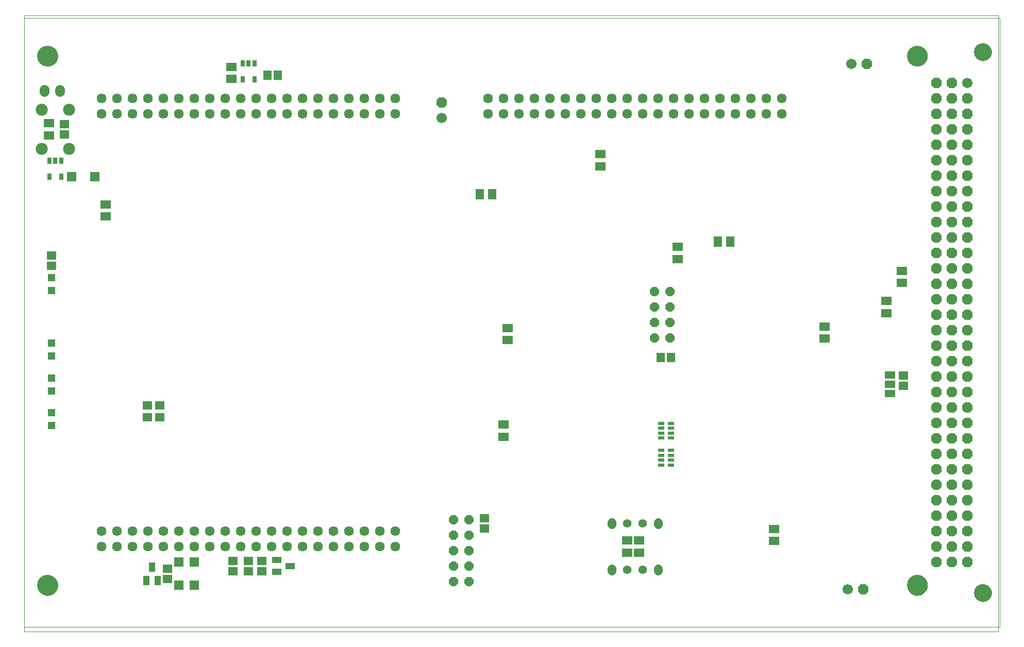
<source format=gbs>
G75*
G70*
%OFA0B0*%
%FSLAX24Y24*%
%IPPOS*%
%LPD*%
%AMOC8*
5,1,8,0,0,1.08239X$1,22.5*
%
%ADD10C,0.0000*%
%ADD11R,0.0512X0.0512*%
%ADD12R,0.0631X0.0552*%
%ADD13R,0.0670X0.0552*%
%ADD14C,0.0780*%
%ADD15C,0.0640*%
%ADD16OC8,0.0600*%
%ADD17C,0.0670*%
%ADD18OC8,0.0670*%
%ADD19C,0.1140*%
%ADD20C,0.0634*%
%ADD21R,0.0552X0.0670*%
%ADD22R,0.0591X0.0591*%
%ADD23C,0.1340*%
%ADD24C,0.0560*%
%ADD25C,0.0555*%
%ADD26R,0.0394X0.0236*%
%ADD27R,0.0552X0.0631*%
%ADD28R,0.0591X0.0434*%
%ADD29R,0.0312X0.0430*%
%ADD30R,0.0670X0.0500*%
%ADD31R,0.0434X0.0591*%
D10*
X004848Y007120D02*
X004848Y046990D01*
X067840Y046990D01*
X067840Y007120D01*
X004848Y007120D01*
X004848Y007430D02*
X004848Y046810D01*
X067948Y046810D01*
X067948Y007430D01*
X004848Y007430D01*
X005698Y010120D02*
X005700Y010170D01*
X005706Y010220D01*
X005716Y010270D01*
X005729Y010318D01*
X005746Y010366D01*
X005767Y010412D01*
X005791Y010456D01*
X005819Y010498D01*
X005850Y010538D01*
X005884Y010575D01*
X005921Y010610D01*
X005960Y010641D01*
X006001Y010670D01*
X006045Y010695D01*
X006091Y010717D01*
X006138Y010735D01*
X006186Y010749D01*
X006235Y010760D01*
X006285Y010767D01*
X006335Y010770D01*
X006386Y010769D01*
X006436Y010764D01*
X006486Y010755D01*
X006534Y010743D01*
X006582Y010726D01*
X006628Y010706D01*
X006673Y010683D01*
X006716Y010656D01*
X006756Y010626D01*
X006794Y010593D01*
X006829Y010557D01*
X006862Y010518D01*
X006891Y010477D01*
X006917Y010434D01*
X006940Y010389D01*
X006959Y010342D01*
X006974Y010294D01*
X006986Y010245D01*
X006994Y010195D01*
X006998Y010145D01*
X006998Y010095D01*
X006994Y010045D01*
X006986Y009995D01*
X006974Y009946D01*
X006959Y009898D01*
X006940Y009851D01*
X006917Y009806D01*
X006891Y009763D01*
X006862Y009722D01*
X006829Y009683D01*
X006794Y009647D01*
X006756Y009614D01*
X006716Y009584D01*
X006673Y009557D01*
X006628Y009534D01*
X006582Y009514D01*
X006534Y009497D01*
X006486Y009485D01*
X006436Y009476D01*
X006386Y009471D01*
X006335Y009470D01*
X006285Y009473D01*
X006235Y009480D01*
X006186Y009491D01*
X006138Y009505D01*
X006091Y009523D01*
X006045Y009545D01*
X006001Y009570D01*
X005960Y009599D01*
X005921Y009630D01*
X005884Y009665D01*
X005850Y009702D01*
X005819Y009742D01*
X005791Y009784D01*
X005767Y009828D01*
X005746Y009874D01*
X005729Y009922D01*
X005716Y009970D01*
X005706Y010020D01*
X005700Y010070D01*
X005698Y010120D01*
X005698Y044370D02*
X005700Y044420D01*
X005706Y044470D01*
X005716Y044520D01*
X005729Y044568D01*
X005746Y044616D01*
X005767Y044662D01*
X005791Y044706D01*
X005819Y044748D01*
X005850Y044788D01*
X005884Y044825D01*
X005921Y044860D01*
X005960Y044891D01*
X006001Y044920D01*
X006045Y044945D01*
X006091Y044967D01*
X006138Y044985D01*
X006186Y044999D01*
X006235Y045010D01*
X006285Y045017D01*
X006335Y045020D01*
X006386Y045019D01*
X006436Y045014D01*
X006486Y045005D01*
X006534Y044993D01*
X006582Y044976D01*
X006628Y044956D01*
X006673Y044933D01*
X006716Y044906D01*
X006756Y044876D01*
X006794Y044843D01*
X006829Y044807D01*
X006862Y044768D01*
X006891Y044727D01*
X006917Y044684D01*
X006940Y044639D01*
X006959Y044592D01*
X006974Y044544D01*
X006986Y044495D01*
X006994Y044445D01*
X006998Y044395D01*
X006998Y044345D01*
X006994Y044295D01*
X006986Y044245D01*
X006974Y044196D01*
X006959Y044148D01*
X006940Y044101D01*
X006917Y044056D01*
X006891Y044013D01*
X006862Y043972D01*
X006829Y043933D01*
X006794Y043897D01*
X006756Y043864D01*
X006716Y043834D01*
X006673Y043807D01*
X006628Y043784D01*
X006582Y043764D01*
X006534Y043747D01*
X006486Y043735D01*
X006436Y043726D01*
X006386Y043721D01*
X006335Y043720D01*
X006285Y043723D01*
X006235Y043730D01*
X006186Y043741D01*
X006138Y043755D01*
X006091Y043773D01*
X006045Y043795D01*
X006001Y043820D01*
X005960Y043849D01*
X005921Y043880D01*
X005884Y043915D01*
X005850Y043952D01*
X005819Y043992D01*
X005791Y044034D01*
X005767Y044078D01*
X005746Y044124D01*
X005729Y044172D01*
X005716Y044220D01*
X005706Y044270D01*
X005700Y044320D01*
X005698Y044370D01*
X061948Y044370D02*
X061950Y044420D01*
X061956Y044470D01*
X061966Y044520D01*
X061979Y044568D01*
X061996Y044616D01*
X062017Y044662D01*
X062041Y044706D01*
X062069Y044748D01*
X062100Y044788D01*
X062134Y044825D01*
X062171Y044860D01*
X062210Y044891D01*
X062251Y044920D01*
X062295Y044945D01*
X062341Y044967D01*
X062388Y044985D01*
X062436Y044999D01*
X062485Y045010D01*
X062535Y045017D01*
X062585Y045020D01*
X062636Y045019D01*
X062686Y045014D01*
X062736Y045005D01*
X062784Y044993D01*
X062832Y044976D01*
X062878Y044956D01*
X062923Y044933D01*
X062966Y044906D01*
X063006Y044876D01*
X063044Y044843D01*
X063079Y044807D01*
X063112Y044768D01*
X063141Y044727D01*
X063167Y044684D01*
X063190Y044639D01*
X063209Y044592D01*
X063224Y044544D01*
X063236Y044495D01*
X063244Y044445D01*
X063248Y044395D01*
X063248Y044345D01*
X063244Y044295D01*
X063236Y044245D01*
X063224Y044196D01*
X063209Y044148D01*
X063190Y044101D01*
X063167Y044056D01*
X063141Y044013D01*
X063112Y043972D01*
X063079Y043933D01*
X063044Y043897D01*
X063006Y043864D01*
X062966Y043834D01*
X062923Y043807D01*
X062878Y043784D01*
X062832Y043764D01*
X062784Y043747D01*
X062736Y043735D01*
X062686Y043726D01*
X062636Y043721D01*
X062585Y043720D01*
X062535Y043723D01*
X062485Y043730D01*
X062436Y043741D01*
X062388Y043755D01*
X062341Y043773D01*
X062295Y043795D01*
X062251Y043820D01*
X062210Y043849D01*
X062171Y043880D01*
X062134Y043915D01*
X062100Y043952D01*
X062069Y043992D01*
X062041Y044034D01*
X062017Y044078D01*
X061996Y044124D01*
X061979Y044172D01*
X061966Y044220D01*
X061956Y044270D01*
X061950Y044320D01*
X061948Y044370D01*
X066298Y044620D02*
X066300Y044667D01*
X066306Y044713D01*
X066316Y044759D01*
X066329Y044803D01*
X066347Y044847D01*
X066368Y044888D01*
X066392Y044928D01*
X066420Y044966D01*
X066451Y045001D01*
X066485Y045033D01*
X066521Y045062D01*
X066560Y045088D01*
X066600Y045111D01*
X066643Y045130D01*
X066687Y045146D01*
X066732Y045158D01*
X066778Y045166D01*
X066825Y045170D01*
X066871Y045170D01*
X066918Y045166D01*
X066964Y045158D01*
X067009Y045146D01*
X067053Y045130D01*
X067096Y045111D01*
X067136Y045088D01*
X067175Y045062D01*
X067211Y045033D01*
X067245Y045001D01*
X067276Y044966D01*
X067304Y044928D01*
X067328Y044888D01*
X067349Y044847D01*
X067367Y044803D01*
X067380Y044759D01*
X067390Y044713D01*
X067396Y044667D01*
X067398Y044620D01*
X067396Y044573D01*
X067390Y044527D01*
X067380Y044481D01*
X067367Y044437D01*
X067349Y044393D01*
X067328Y044352D01*
X067304Y044312D01*
X067276Y044274D01*
X067245Y044239D01*
X067211Y044207D01*
X067175Y044178D01*
X067136Y044152D01*
X067096Y044129D01*
X067053Y044110D01*
X067009Y044094D01*
X066964Y044082D01*
X066918Y044074D01*
X066871Y044070D01*
X066825Y044070D01*
X066778Y044074D01*
X066732Y044082D01*
X066687Y044094D01*
X066643Y044110D01*
X066600Y044129D01*
X066560Y044152D01*
X066521Y044178D01*
X066485Y044207D01*
X066451Y044239D01*
X066420Y044274D01*
X066392Y044312D01*
X066368Y044352D01*
X066347Y044393D01*
X066329Y044437D01*
X066316Y044481D01*
X066306Y044527D01*
X066300Y044573D01*
X066298Y044620D01*
X061948Y010120D02*
X061950Y010170D01*
X061956Y010220D01*
X061966Y010270D01*
X061979Y010318D01*
X061996Y010366D01*
X062017Y010412D01*
X062041Y010456D01*
X062069Y010498D01*
X062100Y010538D01*
X062134Y010575D01*
X062171Y010610D01*
X062210Y010641D01*
X062251Y010670D01*
X062295Y010695D01*
X062341Y010717D01*
X062388Y010735D01*
X062436Y010749D01*
X062485Y010760D01*
X062535Y010767D01*
X062585Y010770D01*
X062636Y010769D01*
X062686Y010764D01*
X062736Y010755D01*
X062784Y010743D01*
X062832Y010726D01*
X062878Y010706D01*
X062923Y010683D01*
X062966Y010656D01*
X063006Y010626D01*
X063044Y010593D01*
X063079Y010557D01*
X063112Y010518D01*
X063141Y010477D01*
X063167Y010434D01*
X063190Y010389D01*
X063209Y010342D01*
X063224Y010294D01*
X063236Y010245D01*
X063244Y010195D01*
X063248Y010145D01*
X063248Y010095D01*
X063244Y010045D01*
X063236Y009995D01*
X063224Y009946D01*
X063209Y009898D01*
X063190Y009851D01*
X063167Y009806D01*
X063141Y009763D01*
X063112Y009722D01*
X063079Y009683D01*
X063044Y009647D01*
X063006Y009614D01*
X062966Y009584D01*
X062923Y009557D01*
X062878Y009534D01*
X062832Y009514D01*
X062784Y009497D01*
X062736Y009485D01*
X062686Y009476D01*
X062636Y009471D01*
X062585Y009470D01*
X062535Y009473D01*
X062485Y009480D01*
X062436Y009491D01*
X062388Y009505D01*
X062341Y009523D01*
X062295Y009545D01*
X062251Y009570D01*
X062210Y009599D01*
X062171Y009630D01*
X062134Y009665D01*
X062100Y009702D01*
X062069Y009742D01*
X062041Y009784D01*
X062017Y009828D01*
X061996Y009874D01*
X061979Y009922D01*
X061966Y009970D01*
X061956Y010020D01*
X061950Y010070D01*
X061948Y010120D01*
X066298Y009620D02*
X066300Y009667D01*
X066306Y009713D01*
X066316Y009759D01*
X066329Y009803D01*
X066347Y009847D01*
X066368Y009888D01*
X066392Y009928D01*
X066420Y009966D01*
X066451Y010001D01*
X066485Y010033D01*
X066521Y010062D01*
X066560Y010088D01*
X066600Y010111D01*
X066643Y010130D01*
X066687Y010146D01*
X066732Y010158D01*
X066778Y010166D01*
X066825Y010170D01*
X066871Y010170D01*
X066918Y010166D01*
X066964Y010158D01*
X067009Y010146D01*
X067053Y010130D01*
X067096Y010111D01*
X067136Y010088D01*
X067175Y010062D01*
X067211Y010033D01*
X067245Y010001D01*
X067276Y009966D01*
X067304Y009928D01*
X067328Y009888D01*
X067349Y009847D01*
X067367Y009803D01*
X067380Y009759D01*
X067390Y009713D01*
X067396Y009667D01*
X067398Y009620D01*
X067396Y009573D01*
X067390Y009527D01*
X067380Y009481D01*
X067367Y009437D01*
X067349Y009393D01*
X067328Y009352D01*
X067304Y009312D01*
X067276Y009274D01*
X067245Y009239D01*
X067211Y009207D01*
X067175Y009178D01*
X067136Y009152D01*
X067096Y009129D01*
X067053Y009110D01*
X067009Y009094D01*
X066964Y009082D01*
X066918Y009074D01*
X066871Y009070D01*
X066825Y009070D01*
X066778Y009074D01*
X066732Y009082D01*
X066687Y009094D01*
X066643Y009110D01*
X066600Y009129D01*
X066560Y009152D01*
X066521Y009178D01*
X066485Y009207D01*
X066451Y009239D01*
X066420Y009274D01*
X066392Y009312D01*
X066368Y009352D01*
X066347Y009393D01*
X066329Y009437D01*
X066316Y009481D01*
X066306Y009527D01*
X066300Y009573D01*
X066298Y009620D01*
D11*
X006598Y020456D03*
X006598Y021283D03*
X006598Y022706D03*
X006598Y023533D03*
X006598Y024956D03*
X006598Y025783D03*
X006598Y029206D03*
X006598Y030033D03*
D12*
X006598Y030785D03*
X006598Y031454D03*
X007448Y039285D03*
X007448Y039954D03*
X012798Y021744D03*
X013598Y021744D03*
X013598Y020996D03*
X012798Y020996D03*
X018348Y011704D03*
X018348Y011035D03*
X019348Y011035D03*
X019348Y011704D03*
X020198Y011704D03*
X020198Y011035D03*
X014098Y011204D03*
X014098Y010535D03*
X034598Y013785D03*
X034598Y014454D03*
X061698Y023035D03*
X061698Y023704D03*
D13*
X056598Y026076D03*
X056598Y026863D03*
X060598Y027726D03*
X060598Y028513D03*
X061598Y029676D03*
X061598Y030463D03*
X047098Y031226D03*
X047098Y032013D03*
X042098Y037226D03*
X042098Y038013D03*
X036098Y026763D03*
X036098Y025976D03*
X035848Y020513D03*
X035848Y019726D03*
X043848Y013013D03*
X044598Y013013D03*
X044598Y012226D03*
X043848Y012226D03*
X053348Y012976D03*
X053348Y013763D03*
X018248Y042876D03*
X018248Y043663D03*
X010098Y034763D03*
X010098Y033976D03*
X006448Y039226D03*
X006448Y040013D03*
D14*
X005958Y040900D03*
X007738Y040900D03*
X007738Y038340D03*
X005958Y038340D03*
D15*
X006148Y042045D02*
X006148Y042195D01*
X007148Y042195D02*
X007148Y042045D01*
D16*
X032598Y014370D03*
X033598Y014370D03*
X033598Y013370D03*
X032598Y013370D03*
X032598Y012370D03*
X033598Y012370D03*
X033598Y011370D03*
X033598Y010370D03*
X032598Y010370D03*
X032598Y011370D03*
X045598Y026120D03*
X046598Y026120D03*
X046598Y027120D03*
X046598Y028120D03*
X045598Y028120D03*
X045598Y027120D03*
X045598Y029120D03*
X046598Y029120D03*
D17*
X031848Y040370D03*
X058348Y043870D03*
X065848Y042620D03*
X058098Y009870D03*
D18*
X059098Y009870D03*
X063848Y011620D03*
X063848Y012620D03*
X063848Y013620D03*
X063848Y014620D03*
X063848Y015620D03*
X063848Y016620D03*
X063848Y017620D03*
X063848Y018620D03*
X063848Y019620D03*
X063848Y020620D03*
X063848Y021620D03*
X063848Y022620D03*
X063848Y023620D03*
X063848Y024620D03*
X063848Y025620D03*
X063848Y026620D03*
X063848Y027620D03*
X063848Y028620D03*
X063848Y029620D03*
X063848Y030620D03*
X063848Y031620D03*
X063848Y032620D03*
X063848Y033620D03*
X063848Y034620D03*
X063848Y035620D03*
X063848Y036620D03*
X063848Y037620D03*
X063848Y038620D03*
X063848Y039620D03*
X063848Y040620D03*
X063848Y041620D03*
X063848Y042620D03*
X064848Y042620D03*
X064848Y041620D03*
X065848Y041620D03*
X065848Y040620D03*
X064848Y040620D03*
X064848Y039620D03*
X065848Y039620D03*
X065848Y038620D03*
X064848Y038620D03*
X064848Y037620D03*
X065848Y037620D03*
X065848Y036620D03*
X064848Y036620D03*
X064848Y035620D03*
X065848Y035620D03*
X065848Y034620D03*
X064848Y034620D03*
X064848Y033620D03*
X065848Y033620D03*
X065848Y032620D03*
X064848Y032620D03*
X064848Y031620D03*
X065848Y031620D03*
X065848Y030620D03*
X064848Y030620D03*
X064848Y029620D03*
X065848Y029620D03*
X065848Y028620D03*
X064848Y028620D03*
X064848Y027620D03*
X065848Y027620D03*
X065848Y026620D03*
X064848Y026620D03*
X064848Y025620D03*
X065848Y025620D03*
X065848Y024620D03*
X064848Y024620D03*
X064848Y023620D03*
X065848Y023620D03*
X065848Y022620D03*
X064848Y022620D03*
X064848Y021620D03*
X065848Y021620D03*
X065848Y020620D03*
X064848Y020620D03*
X064848Y019620D03*
X065848Y019620D03*
X065848Y018620D03*
X064848Y018620D03*
X064848Y017620D03*
X065848Y017620D03*
X065848Y016620D03*
X064848Y016620D03*
X064848Y015620D03*
X065848Y015620D03*
X065848Y014620D03*
X064848Y014620D03*
X064848Y013620D03*
X065848Y013620D03*
X065848Y012620D03*
X064848Y012620D03*
X064848Y011620D03*
X065848Y011620D03*
X031848Y041370D03*
X059348Y043870D03*
D19*
X066848Y044620D03*
X066848Y009620D03*
D20*
X028848Y012620D03*
X027848Y012620D03*
X027848Y013620D03*
X028848Y013620D03*
X026848Y013620D03*
X025848Y013620D03*
X024848Y013620D03*
X023848Y013620D03*
X022848Y013620D03*
X021848Y013620D03*
X020848Y013620D03*
X019848Y013620D03*
X018848Y013620D03*
X017848Y013620D03*
X016848Y013620D03*
X015848Y013620D03*
X014848Y013620D03*
X013848Y013620D03*
X012848Y013620D03*
X011848Y013620D03*
X010848Y013620D03*
X009848Y013620D03*
X009848Y012620D03*
X010848Y012620D03*
X011848Y012620D03*
X012848Y012620D03*
X013848Y012620D03*
X014848Y012620D03*
X015848Y012620D03*
X016848Y012620D03*
X017848Y012620D03*
X018848Y012620D03*
X019848Y012620D03*
X020848Y012620D03*
X021848Y012620D03*
X022848Y012620D03*
X023848Y012620D03*
X024848Y012620D03*
X025848Y012620D03*
X026848Y012620D03*
X026848Y040620D03*
X025848Y040620D03*
X024848Y040620D03*
X024848Y041620D03*
X025848Y041620D03*
X026848Y041620D03*
X027848Y041620D03*
X028848Y041620D03*
X028848Y040620D03*
X027848Y040620D03*
X023848Y040620D03*
X022848Y040620D03*
X022848Y041620D03*
X023848Y041620D03*
X021848Y041620D03*
X020848Y041620D03*
X019848Y041620D03*
X018848Y041620D03*
X017848Y041620D03*
X016848Y041620D03*
X015848Y041620D03*
X014848Y041620D03*
X013848Y041620D03*
X012848Y041620D03*
X011848Y041620D03*
X010848Y041620D03*
X009848Y041620D03*
X009848Y040620D03*
X010848Y040620D03*
X011848Y040620D03*
X012848Y040620D03*
X013848Y040620D03*
X014848Y040620D03*
X015848Y040620D03*
X016848Y040620D03*
X017848Y040620D03*
X018848Y040620D03*
X019848Y040620D03*
X020848Y040620D03*
X021848Y040620D03*
X034848Y040620D03*
X035848Y040620D03*
X036848Y040620D03*
X036848Y041620D03*
X035848Y041620D03*
X034848Y041620D03*
X037848Y041620D03*
X038848Y041620D03*
X039848Y041620D03*
X040848Y041620D03*
X041848Y041620D03*
X042848Y041620D03*
X043848Y041620D03*
X044848Y041620D03*
X045848Y041620D03*
X046848Y041620D03*
X047848Y041620D03*
X048848Y041620D03*
X049848Y041620D03*
X050848Y041620D03*
X051848Y041620D03*
X052848Y041620D03*
X053848Y041620D03*
X053848Y040620D03*
X052848Y040620D03*
X051848Y040620D03*
X050848Y040620D03*
X049848Y040620D03*
X048848Y040620D03*
X047848Y040620D03*
X046848Y040620D03*
X045848Y040620D03*
X044848Y040620D03*
X043848Y040620D03*
X042848Y040620D03*
X041848Y040620D03*
X040848Y040620D03*
X039848Y040620D03*
X038848Y040620D03*
X037848Y040620D03*
D21*
X035092Y035420D03*
X034304Y035420D03*
X049704Y032370D03*
X050492Y032370D03*
D22*
X015848Y011618D03*
X014848Y011618D03*
X014848Y010121D03*
X015848Y010121D03*
X009396Y036570D03*
X007900Y036570D03*
D23*
X006348Y044370D03*
X006348Y010120D03*
X062598Y010120D03*
X062598Y044370D03*
D24*
X045848Y014185D02*
X045848Y014055D01*
X042848Y014055D02*
X042848Y014185D01*
X042848Y011185D02*
X042848Y011055D01*
X045848Y011055D02*
X045848Y011185D01*
D25*
X044848Y011120D03*
X043848Y011120D03*
X043848Y014120D03*
X044848Y014120D03*
D26*
X046033Y017897D03*
X046033Y018212D03*
X046033Y018527D03*
X046033Y018842D03*
X046663Y018842D03*
X046663Y018527D03*
X046663Y018212D03*
X046663Y017897D03*
X046663Y019647D03*
X046663Y019962D03*
X046663Y020277D03*
X046663Y020592D03*
X046033Y020592D03*
X046033Y020277D03*
X046033Y019962D03*
X046033Y019647D03*
D27*
X046013Y024870D03*
X046683Y024870D03*
X021233Y043120D03*
X020563Y043120D03*
D28*
X021165Y011744D03*
X021165Y010996D03*
X022031Y011370D03*
D29*
X007222Y036558D03*
X006474Y036558D03*
X006474Y037577D03*
X006848Y037577D03*
X007222Y037577D03*
X018974Y042858D03*
X019722Y042858D03*
X019722Y043877D03*
X019348Y043877D03*
X018974Y043877D03*
D30*
X060848Y023720D03*
X060848Y023120D03*
X060848Y022520D03*
D31*
X013472Y010436D03*
X012724Y010436D03*
X013098Y011303D03*
M02*

</source>
